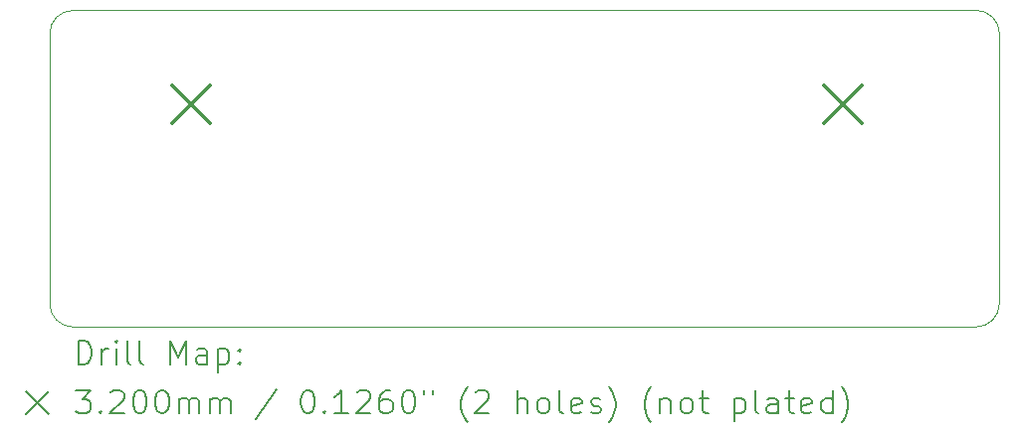
<source format=gbr>
%TF.GenerationSoftware,KiCad,Pcbnew,7.0.1*%
%TF.CreationDate,2023-08-26T14:25:23-05:00*%
%TF.ProjectId,Shift In Breakout Board V2,53686966-7420-4496-9e20-427265616b6f,rev?*%
%TF.SameCoordinates,Original*%
%TF.FileFunction,Drillmap*%
%TF.FilePolarity,Positive*%
%FSLAX45Y45*%
G04 Gerber Fmt 4.5, Leading zero omitted, Abs format (unit mm)*
G04 Created by KiCad (PCBNEW 7.0.1) date 2023-08-26 14:25:23*
%MOMM*%
%LPD*%
G01*
G04 APERTURE LIST*
%ADD10C,0.100000*%
%ADD11C,0.200000*%
%ADD12C,0.320000*%
G04 APERTURE END LIST*
D10*
X18850000Y-8031005D02*
X11168995Y-8031005D01*
X18850000Y-10731010D02*
G75*
G03*
X19050000Y-10531005I0J200000D01*
G01*
X10968995Y-10531005D02*
G75*
G03*
X11168995Y-10731005I199995J-5D01*
G01*
X11168995Y-10731005D02*
X18850000Y-10731005D01*
X19049995Y-8231005D02*
G75*
G03*
X18850000Y-8031005I-199995J5D01*
G01*
X11168995Y-8031005D02*
G75*
G03*
X10968995Y-8231005I-5J-199995D01*
G01*
X10968995Y-8231005D02*
X10968995Y-10531005D01*
X19050000Y-10531005D02*
X19050000Y-8231005D01*
D11*
D12*
X12008995Y-8671005D02*
X12328995Y-8991005D01*
X12328995Y-8671005D02*
X12008995Y-8991005D01*
X17558995Y-8671005D02*
X17878995Y-8991005D01*
X17878995Y-8671005D02*
X17558995Y-8991005D01*
D11*
X11211614Y-11048529D02*
X11211614Y-10848529D01*
X11211614Y-10848529D02*
X11259233Y-10848529D01*
X11259233Y-10848529D02*
X11287804Y-10858053D01*
X11287804Y-10858053D02*
X11306852Y-10877100D01*
X11306852Y-10877100D02*
X11316376Y-10896148D01*
X11316376Y-10896148D02*
X11325900Y-10934243D01*
X11325900Y-10934243D02*
X11325900Y-10962815D01*
X11325900Y-10962815D02*
X11316376Y-11000910D01*
X11316376Y-11000910D02*
X11306852Y-11019957D01*
X11306852Y-11019957D02*
X11287804Y-11039005D01*
X11287804Y-11039005D02*
X11259233Y-11048529D01*
X11259233Y-11048529D02*
X11211614Y-11048529D01*
X11411614Y-11048529D02*
X11411614Y-10915196D01*
X11411614Y-10953291D02*
X11421138Y-10934243D01*
X11421138Y-10934243D02*
X11430661Y-10924719D01*
X11430661Y-10924719D02*
X11449709Y-10915196D01*
X11449709Y-10915196D02*
X11468757Y-10915196D01*
X11535423Y-11048529D02*
X11535423Y-10915196D01*
X11535423Y-10848529D02*
X11525900Y-10858053D01*
X11525900Y-10858053D02*
X11535423Y-10867577D01*
X11535423Y-10867577D02*
X11544947Y-10858053D01*
X11544947Y-10858053D02*
X11535423Y-10848529D01*
X11535423Y-10848529D02*
X11535423Y-10867577D01*
X11659233Y-11048529D02*
X11640185Y-11039005D01*
X11640185Y-11039005D02*
X11630661Y-11019957D01*
X11630661Y-11019957D02*
X11630661Y-10848529D01*
X11763995Y-11048529D02*
X11744947Y-11039005D01*
X11744947Y-11039005D02*
X11735423Y-11019957D01*
X11735423Y-11019957D02*
X11735423Y-10848529D01*
X11992566Y-11048529D02*
X11992566Y-10848529D01*
X11992566Y-10848529D02*
X12059233Y-10991386D01*
X12059233Y-10991386D02*
X12125900Y-10848529D01*
X12125900Y-10848529D02*
X12125900Y-11048529D01*
X12306852Y-11048529D02*
X12306852Y-10943767D01*
X12306852Y-10943767D02*
X12297328Y-10924719D01*
X12297328Y-10924719D02*
X12278281Y-10915196D01*
X12278281Y-10915196D02*
X12240185Y-10915196D01*
X12240185Y-10915196D02*
X12221138Y-10924719D01*
X12306852Y-11039005D02*
X12287804Y-11048529D01*
X12287804Y-11048529D02*
X12240185Y-11048529D01*
X12240185Y-11048529D02*
X12221138Y-11039005D01*
X12221138Y-11039005D02*
X12211614Y-11019957D01*
X12211614Y-11019957D02*
X12211614Y-11000910D01*
X12211614Y-11000910D02*
X12221138Y-10981862D01*
X12221138Y-10981862D02*
X12240185Y-10972338D01*
X12240185Y-10972338D02*
X12287804Y-10972338D01*
X12287804Y-10972338D02*
X12306852Y-10962815D01*
X12402090Y-10915196D02*
X12402090Y-11115196D01*
X12402090Y-10924719D02*
X12421138Y-10915196D01*
X12421138Y-10915196D02*
X12459233Y-10915196D01*
X12459233Y-10915196D02*
X12478281Y-10924719D01*
X12478281Y-10924719D02*
X12487804Y-10934243D01*
X12487804Y-10934243D02*
X12497328Y-10953291D01*
X12497328Y-10953291D02*
X12497328Y-11010434D01*
X12497328Y-11010434D02*
X12487804Y-11029481D01*
X12487804Y-11029481D02*
X12478281Y-11039005D01*
X12478281Y-11039005D02*
X12459233Y-11048529D01*
X12459233Y-11048529D02*
X12421138Y-11048529D01*
X12421138Y-11048529D02*
X12402090Y-11039005D01*
X12583042Y-11029481D02*
X12592566Y-11039005D01*
X12592566Y-11039005D02*
X12583042Y-11048529D01*
X12583042Y-11048529D02*
X12573519Y-11039005D01*
X12573519Y-11039005D02*
X12583042Y-11029481D01*
X12583042Y-11029481D02*
X12583042Y-11048529D01*
X12583042Y-10924719D02*
X12592566Y-10934243D01*
X12592566Y-10934243D02*
X12583042Y-10943767D01*
X12583042Y-10943767D02*
X12573519Y-10934243D01*
X12573519Y-10934243D02*
X12583042Y-10924719D01*
X12583042Y-10924719D02*
X12583042Y-10943767D01*
X10763995Y-11276005D02*
X10963995Y-11476005D01*
X10963995Y-11276005D02*
X10763995Y-11476005D01*
X11192566Y-11268529D02*
X11316376Y-11268529D01*
X11316376Y-11268529D02*
X11249709Y-11344719D01*
X11249709Y-11344719D02*
X11278281Y-11344719D01*
X11278281Y-11344719D02*
X11297328Y-11354243D01*
X11297328Y-11354243D02*
X11306852Y-11363767D01*
X11306852Y-11363767D02*
X11316376Y-11382815D01*
X11316376Y-11382815D02*
X11316376Y-11430434D01*
X11316376Y-11430434D02*
X11306852Y-11449481D01*
X11306852Y-11449481D02*
X11297328Y-11459005D01*
X11297328Y-11459005D02*
X11278281Y-11468529D01*
X11278281Y-11468529D02*
X11221138Y-11468529D01*
X11221138Y-11468529D02*
X11202090Y-11459005D01*
X11202090Y-11459005D02*
X11192566Y-11449481D01*
X11402090Y-11449481D02*
X11411614Y-11459005D01*
X11411614Y-11459005D02*
X11402090Y-11468529D01*
X11402090Y-11468529D02*
X11392566Y-11459005D01*
X11392566Y-11459005D02*
X11402090Y-11449481D01*
X11402090Y-11449481D02*
X11402090Y-11468529D01*
X11487804Y-11287576D02*
X11497328Y-11278053D01*
X11497328Y-11278053D02*
X11516376Y-11268529D01*
X11516376Y-11268529D02*
X11563995Y-11268529D01*
X11563995Y-11268529D02*
X11583042Y-11278053D01*
X11583042Y-11278053D02*
X11592566Y-11287576D01*
X11592566Y-11287576D02*
X11602090Y-11306624D01*
X11602090Y-11306624D02*
X11602090Y-11325672D01*
X11602090Y-11325672D02*
X11592566Y-11354243D01*
X11592566Y-11354243D02*
X11478281Y-11468529D01*
X11478281Y-11468529D02*
X11602090Y-11468529D01*
X11725900Y-11268529D02*
X11744947Y-11268529D01*
X11744947Y-11268529D02*
X11763995Y-11278053D01*
X11763995Y-11278053D02*
X11773519Y-11287576D01*
X11773519Y-11287576D02*
X11783042Y-11306624D01*
X11783042Y-11306624D02*
X11792566Y-11344719D01*
X11792566Y-11344719D02*
X11792566Y-11392338D01*
X11792566Y-11392338D02*
X11783042Y-11430434D01*
X11783042Y-11430434D02*
X11773519Y-11449481D01*
X11773519Y-11449481D02*
X11763995Y-11459005D01*
X11763995Y-11459005D02*
X11744947Y-11468529D01*
X11744947Y-11468529D02*
X11725900Y-11468529D01*
X11725900Y-11468529D02*
X11706852Y-11459005D01*
X11706852Y-11459005D02*
X11697328Y-11449481D01*
X11697328Y-11449481D02*
X11687804Y-11430434D01*
X11687804Y-11430434D02*
X11678281Y-11392338D01*
X11678281Y-11392338D02*
X11678281Y-11344719D01*
X11678281Y-11344719D02*
X11687804Y-11306624D01*
X11687804Y-11306624D02*
X11697328Y-11287576D01*
X11697328Y-11287576D02*
X11706852Y-11278053D01*
X11706852Y-11278053D02*
X11725900Y-11268529D01*
X11916376Y-11268529D02*
X11935423Y-11268529D01*
X11935423Y-11268529D02*
X11954471Y-11278053D01*
X11954471Y-11278053D02*
X11963995Y-11287576D01*
X11963995Y-11287576D02*
X11973519Y-11306624D01*
X11973519Y-11306624D02*
X11983042Y-11344719D01*
X11983042Y-11344719D02*
X11983042Y-11392338D01*
X11983042Y-11392338D02*
X11973519Y-11430434D01*
X11973519Y-11430434D02*
X11963995Y-11449481D01*
X11963995Y-11449481D02*
X11954471Y-11459005D01*
X11954471Y-11459005D02*
X11935423Y-11468529D01*
X11935423Y-11468529D02*
X11916376Y-11468529D01*
X11916376Y-11468529D02*
X11897328Y-11459005D01*
X11897328Y-11459005D02*
X11887804Y-11449481D01*
X11887804Y-11449481D02*
X11878281Y-11430434D01*
X11878281Y-11430434D02*
X11868757Y-11392338D01*
X11868757Y-11392338D02*
X11868757Y-11344719D01*
X11868757Y-11344719D02*
X11878281Y-11306624D01*
X11878281Y-11306624D02*
X11887804Y-11287576D01*
X11887804Y-11287576D02*
X11897328Y-11278053D01*
X11897328Y-11278053D02*
X11916376Y-11268529D01*
X12068757Y-11468529D02*
X12068757Y-11335195D01*
X12068757Y-11354243D02*
X12078281Y-11344719D01*
X12078281Y-11344719D02*
X12097328Y-11335195D01*
X12097328Y-11335195D02*
X12125900Y-11335195D01*
X12125900Y-11335195D02*
X12144947Y-11344719D01*
X12144947Y-11344719D02*
X12154471Y-11363767D01*
X12154471Y-11363767D02*
X12154471Y-11468529D01*
X12154471Y-11363767D02*
X12163995Y-11344719D01*
X12163995Y-11344719D02*
X12183042Y-11335195D01*
X12183042Y-11335195D02*
X12211614Y-11335195D01*
X12211614Y-11335195D02*
X12230662Y-11344719D01*
X12230662Y-11344719D02*
X12240185Y-11363767D01*
X12240185Y-11363767D02*
X12240185Y-11468529D01*
X12335423Y-11468529D02*
X12335423Y-11335195D01*
X12335423Y-11354243D02*
X12344947Y-11344719D01*
X12344947Y-11344719D02*
X12363995Y-11335195D01*
X12363995Y-11335195D02*
X12392566Y-11335195D01*
X12392566Y-11335195D02*
X12411614Y-11344719D01*
X12411614Y-11344719D02*
X12421138Y-11363767D01*
X12421138Y-11363767D02*
X12421138Y-11468529D01*
X12421138Y-11363767D02*
X12430662Y-11344719D01*
X12430662Y-11344719D02*
X12449709Y-11335195D01*
X12449709Y-11335195D02*
X12478281Y-11335195D01*
X12478281Y-11335195D02*
X12497328Y-11344719D01*
X12497328Y-11344719D02*
X12506852Y-11363767D01*
X12506852Y-11363767D02*
X12506852Y-11468529D01*
X12897328Y-11259005D02*
X12725900Y-11516148D01*
X13154471Y-11268529D02*
X13173519Y-11268529D01*
X13173519Y-11268529D02*
X13192566Y-11278053D01*
X13192566Y-11278053D02*
X13202090Y-11287576D01*
X13202090Y-11287576D02*
X13211614Y-11306624D01*
X13211614Y-11306624D02*
X13221138Y-11344719D01*
X13221138Y-11344719D02*
X13221138Y-11392338D01*
X13221138Y-11392338D02*
X13211614Y-11430434D01*
X13211614Y-11430434D02*
X13202090Y-11449481D01*
X13202090Y-11449481D02*
X13192566Y-11459005D01*
X13192566Y-11459005D02*
X13173519Y-11468529D01*
X13173519Y-11468529D02*
X13154471Y-11468529D01*
X13154471Y-11468529D02*
X13135424Y-11459005D01*
X13135424Y-11459005D02*
X13125900Y-11449481D01*
X13125900Y-11449481D02*
X13116376Y-11430434D01*
X13116376Y-11430434D02*
X13106852Y-11392338D01*
X13106852Y-11392338D02*
X13106852Y-11344719D01*
X13106852Y-11344719D02*
X13116376Y-11306624D01*
X13116376Y-11306624D02*
X13125900Y-11287576D01*
X13125900Y-11287576D02*
X13135424Y-11278053D01*
X13135424Y-11278053D02*
X13154471Y-11268529D01*
X13306852Y-11449481D02*
X13316376Y-11459005D01*
X13316376Y-11459005D02*
X13306852Y-11468529D01*
X13306852Y-11468529D02*
X13297328Y-11459005D01*
X13297328Y-11459005D02*
X13306852Y-11449481D01*
X13306852Y-11449481D02*
X13306852Y-11468529D01*
X13506852Y-11468529D02*
X13392566Y-11468529D01*
X13449709Y-11468529D02*
X13449709Y-11268529D01*
X13449709Y-11268529D02*
X13430662Y-11297100D01*
X13430662Y-11297100D02*
X13411614Y-11316148D01*
X13411614Y-11316148D02*
X13392566Y-11325672D01*
X13583043Y-11287576D02*
X13592566Y-11278053D01*
X13592566Y-11278053D02*
X13611614Y-11268529D01*
X13611614Y-11268529D02*
X13659233Y-11268529D01*
X13659233Y-11268529D02*
X13678281Y-11278053D01*
X13678281Y-11278053D02*
X13687805Y-11287576D01*
X13687805Y-11287576D02*
X13697328Y-11306624D01*
X13697328Y-11306624D02*
X13697328Y-11325672D01*
X13697328Y-11325672D02*
X13687805Y-11354243D01*
X13687805Y-11354243D02*
X13573519Y-11468529D01*
X13573519Y-11468529D02*
X13697328Y-11468529D01*
X13868757Y-11268529D02*
X13830662Y-11268529D01*
X13830662Y-11268529D02*
X13811614Y-11278053D01*
X13811614Y-11278053D02*
X13802090Y-11287576D01*
X13802090Y-11287576D02*
X13783043Y-11316148D01*
X13783043Y-11316148D02*
X13773519Y-11354243D01*
X13773519Y-11354243D02*
X13773519Y-11430434D01*
X13773519Y-11430434D02*
X13783043Y-11449481D01*
X13783043Y-11449481D02*
X13792566Y-11459005D01*
X13792566Y-11459005D02*
X13811614Y-11468529D01*
X13811614Y-11468529D02*
X13849709Y-11468529D01*
X13849709Y-11468529D02*
X13868757Y-11459005D01*
X13868757Y-11459005D02*
X13878281Y-11449481D01*
X13878281Y-11449481D02*
X13887805Y-11430434D01*
X13887805Y-11430434D02*
X13887805Y-11382815D01*
X13887805Y-11382815D02*
X13878281Y-11363767D01*
X13878281Y-11363767D02*
X13868757Y-11354243D01*
X13868757Y-11354243D02*
X13849709Y-11344719D01*
X13849709Y-11344719D02*
X13811614Y-11344719D01*
X13811614Y-11344719D02*
X13792566Y-11354243D01*
X13792566Y-11354243D02*
X13783043Y-11363767D01*
X13783043Y-11363767D02*
X13773519Y-11382815D01*
X14011614Y-11268529D02*
X14030662Y-11268529D01*
X14030662Y-11268529D02*
X14049709Y-11278053D01*
X14049709Y-11278053D02*
X14059233Y-11287576D01*
X14059233Y-11287576D02*
X14068757Y-11306624D01*
X14068757Y-11306624D02*
X14078281Y-11344719D01*
X14078281Y-11344719D02*
X14078281Y-11392338D01*
X14078281Y-11392338D02*
X14068757Y-11430434D01*
X14068757Y-11430434D02*
X14059233Y-11449481D01*
X14059233Y-11449481D02*
X14049709Y-11459005D01*
X14049709Y-11459005D02*
X14030662Y-11468529D01*
X14030662Y-11468529D02*
X14011614Y-11468529D01*
X14011614Y-11468529D02*
X13992566Y-11459005D01*
X13992566Y-11459005D02*
X13983043Y-11449481D01*
X13983043Y-11449481D02*
X13973519Y-11430434D01*
X13973519Y-11430434D02*
X13963995Y-11392338D01*
X13963995Y-11392338D02*
X13963995Y-11344719D01*
X13963995Y-11344719D02*
X13973519Y-11306624D01*
X13973519Y-11306624D02*
X13983043Y-11287576D01*
X13983043Y-11287576D02*
X13992566Y-11278053D01*
X13992566Y-11278053D02*
X14011614Y-11268529D01*
X14154471Y-11268529D02*
X14154471Y-11306624D01*
X14230662Y-11268529D02*
X14230662Y-11306624D01*
X14525900Y-11544719D02*
X14516376Y-11535195D01*
X14516376Y-11535195D02*
X14497328Y-11506624D01*
X14497328Y-11506624D02*
X14487805Y-11487576D01*
X14487805Y-11487576D02*
X14478281Y-11459005D01*
X14478281Y-11459005D02*
X14468757Y-11411386D01*
X14468757Y-11411386D02*
X14468757Y-11373291D01*
X14468757Y-11373291D02*
X14478281Y-11325672D01*
X14478281Y-11325672D02*
X14487805Y-11297100D01*
X14487805Y-11297100D02*
X14497328Y-11278053D01*
X14497328Y-11278053D02*
X14516376Y-11249481D01*
X14516376Y-11249481D02*
X14525900Y-11239957D01*
X14592567Y-11287576D02*
X14602090Y-11278053D01*
X14602090Y-11278053D02*
X14621138Y-11268529D01*
X14621138Y-11268529D02*
X14668757Y-11268529D01*
X14668757Y-11268529D02*
X14687805Y-11278053D01*
X14687805Y-11278053D02*
X14697328Y-11287576D01*
X14697328Y-11287576D02*
X14706852Y-11306624D01*
X14706852Y-11306624D02*
X14706852Y-11325672D01*
X14706852Y-11325672D02*
X14697328Y-11354243D01*
X14697328Y-11354243D02*
X14583043Y-11468529D01*
X14583043Y-11468529D02*
X14706852Y-11468529D01*
X14944948Y-11468529D02*
X14944948Y-11268529D01*
X15030662Y-11468529D02*
X15030662Y-11363767D01*
X15030662Y-11363767D02*
X15021138Y-11344719D01*
X15021138Y-11344719D02*
X15002090Y-11335195D01*
X15002090Y-11335195D02*
X14973519Y-11335195D01*
X14973519Y-11335195D02*
X14954471Y-11344719D01*
X14954471Y-11344719D02*
X14944948Y-11354243D01*
X15154471Y-11468529D02*
X15135424Y-11459005D01*
X15135424Y-11459005D02*
X15125900Y-11449481D01*
X15125900Y-11449481D02*
X15116376Y-11430434D01*
X15116376Y-11430434D02*
X15116376Y-11373291D01*
X15116376Y-11373291D02*
X15125900Y-11354243D01*
X15125900Y-11354243D02*
X15135424Y-11344719D01*
X15135424Y-11344719D02*
X15154471Y-11335195D01*
X15154471Y-11335195D02*
X15183043Y-11335195D01*
X15183043Y-11335195D02*
X15202090Y-11344719D01*
X15202090Y-11344719D02*
X15211614Y-11354243D01*
X15211614Y-11354243D02*
X15221138Y-11373291D01*
X15221138Y-11373291D02*
X15221138Y-11430434D01*
X15221138Y-11430434D02*
X15211614Y-11449481D01*
X15211614Y-11449481D02*
X15202090Y-11459005D01*
X15202090Y-11459005D02*
X15183043Y-11468529D01*
X15183043Y-11468529D02*
X15154471Y-11468529D01*
X15335424Y-11468529D02*
X15316376Y-11459005D01*
X15316376Y-11459005D02*
X15306852Y-11439957D01*
X15306852Y-11439957D02*
X15306852Y-11268529D01*
X15487805Y-11459005D02*
X15468757Y-11468529D01*
X15468757Y-11468529D02*
X15430662Y-11468529D01*
X15430662Y-11468529D02*
X15411614Y-11459005D01*
X15411614Y-11459005D02*
X15402090Y-11439957D01*
X15402090Y-11439957D02*
X15402090Y-11363767D01*
X15402090Y-11363767D02*
X15411614Y-11344719D01*
X15411614Y-11344719D02*
X15430662Y-11335195D01*
X15430662Y-11335195D02*
X15468757Y-11335195D01*
X15468757Y-11335195D02*
X15487805Y-11344719D01*
X15487805Y-11344719D02*
X15497329Y-11363767D01*
X15497329Y-11363767D02*
X15497329Y-11382815D01*
X15497329Y-11382815D02*
X15402090Y-11401862D01*
X15573519Y-11459005D02*
X15592567Y-11468529D01*
X15592567Y-11468529D02*
X15630662Y-11468529D01*
X15630662Y-11468529D02*
X15649710Y-11459005D01*
X15649710Y-11459005D02*
X15659233Y-11439957D01*
X15659233Y-11439957D02*
X15659233Y-11430434D01*
X15659233Y-11430434D02*
X15649710Y-11411386D01*
X15649710Y-11411386D02*
X15630662Y-11401862D01*
X15630662Y-11401862D02*
X15602090Y-11401862D01*
X15602090Y-11401862D02*
X15583043Y-11392338D01*
X15583043Y-11392338D02*
X15573519Y-11373291D01*
X15573519Y-11373291D02*
X15573519Y-11363767D01*
X15573519Y-11363767D02*
X15583043Y-11344719D01*
X15583043Y-11344719D02*
X15602090Y-11335195D01*
X15602090Y-11335195D02*
X15630662Y-11335195D01*
X15630662Y-11335195D02*
X15649710Y-11344719D01*
X15725900Y-11544719D02*
X15735424Y-11535195D01*
X15735424Y-11535195D02*
X15754471Y-11506624D01*
X15754471Y-11506624D02*
X15763995Y-11487576D01*
X15763995Y-11487576D02*
X15773519Y-11459005D01*
X15773519Y-11459005D02*
X15783043Y-11411386D01*
X15783043Y-11411386D02*
X15783043Y-11373291D01*
X15783043Y-11373291D02*
X15773519Y-11325672D01*
X15773519Y-11325672D02*
X15763995Y-11297100D01*
X15763995Y-11297100D02*
X15754471Y-11278053D01*
X15754471Y-11278053D02*
X15735424Y-11249481D01*
X15735424Y-11249481D02*
X15725900Y-11239957D01*
X16087805Y-11544719D02*
X16078281Y-11535195D01*
X16078281Y-11535195D02*
X16059233Y-11506624D01*
X16059233Y-11506624D02*
X16049710Y-11487576D01*
X16049710Y-11487576D02*
X16040186Y-11459005D01*
X16040186Y-11459005D02*
X16030662Y-11411386D01*
X16030662Y-11411386D02*
X16030662Y-11373291D01*
X16030662Y-11373291D02*
X16040186Y-11325672D01*
X16040186Y-11325672D02*
X16049710Y-11297100D01*
X16049710Y-11297100D02*
X16059233Y-11278053D01*
X16059233Y-11278053D02*
X16078281Y-11249481D01*
X16078281Y-11249481D02*
X16087805Y-11239957D01*
X16163995Y-11335195D02*
X16163995Y-11468529D01*
X16163995Y-11354243D02*
X16173519Y-11344719D01*
X16173519Y-11344719D02*
X16192567Y-11335195D01*
X16192567Y-11335195D02*
X16221138Y-11335195D01*
X16221138Y-11335195D02*
X16240186Y-11344719D01*
X16240186Y-11344719D02*
X16249710Y-11363767D01*
X16249710Y-11363767D02*
X16249710Y-11468529D01*
X16373519Y-11468529D02*
X16354471Y-11459005D01*
X16354471Y-11459005D02*
X16344948Y-11449481D01*
X16344948Y-11449481D02*
X16335424Y-11430434D01*
X16335424Y-11430434D02*
X16335424Y-11373291D01*
X16335424Y-11373291D02*
X16344948Y-11354243D01*
X16344948Y-11354243D02*
X16354471Y-11344719D01*
X16354471Y-11344719D02*
X16373519Y-11335195D01*
X16373519Y-11335195D02*
X16402091Y-11335195D01*
X16402091Y-11335195D02*
X16421138Y-11344719D01*
X16421138Y-11344719D02*
X16430662Y-11354243D01*
X16430662Y-11354243D02*
X16440186Y-11373291D01*
X16440186Y-11373291D02*
X16440186Y-11430434D01*
X16440186Y-11430434D02*
X16430662Y-11449481D01*
X16430662Y-11449481D02*
X16421138Y-11459005D01*
X16421138Y-11459005D02*
X16402091Y-11468529D01*
X16402091Y-11468529D02*
X16373519Y-11468529D01*
X16497329Y-11335195D02*
X16573519Y-11335195D01*
X16525900Y-11268529D02*
X16525900Y-11439957D01*
X16525900Y-11439957D02*
X16535424Y-11459005D01*
X16535424Y-11459005D02*
X16554471Y-11468529D01*
X16554471Y-11468529D02*
X16573519Y-11468529D01*
X16792567Y-11335195D02*
X16792567Y-11535195D01*
X16792567Y-11344719D02*
X16811614Y-11335195D01*
X16811614Y-11335195D02*
X16849710Y-11335195D01*
X16849710Y-11335195D02*
X16868757Y-11344719D01*
X16868757Y-11344719D02*
X16878281Y-11354243D01*
X16878281Y-11354243D02*
X16887805Y-11373291D01*
X16887805Y-11373291D02*
X16887805Y-11430434D01*
X16887805Y-11430434D02*
X16878281Y-11449481D01*
X16878281Y-11449481D02*
X16868757Y-11459005D01*
X16868757Y-11459005D02*
X16849710Y-11468529D01*
X16849710Y-11468529D02*
X16811614Y-11468529D01*
X16811614Y-11468529D02*
X16792567Y-11459005D01*
X17002091Y-11468529D02*
X16983043Y-11459005D01*
X16983043Y-11459005D02*
X16973519Y-11439957D01*
X16973519Y-11439957D02*
X16973519Y-11268529D01*
X17163995Y-11468529D02*
X17163995Y-11363767D01*
X17163995Y-11363767D02*
X17154472Y-11344719D01*
X17154472Y-11344719D02*
X17135424Y-11335195D01*
X17135424Y-11335195D02*
X17097329Y-11335195D01*
X17097329Y-11335195D02*
X17078281Y-11344719D01*
X17163995Y-11459005D02*
X17144948Y-11468529D01*
X17144948Y-11468529D02*
X17097329Y-11468529D01*
X17097329Y-11468529D02*
X17078281Y-11459005D01*
X17078281Y-11459005D02*
X17068757Y-11439957D01*
X17068757Y-11439957D02*
X17068757Y-11420910D01*
X17068757Y-11420910D02*
X17078281Y-11401862D01*
X17078281Y-11401862D02*
X17097329Y-11392338D01*
X17097329Y-11392338D02*
X17144948Y-11392338D01*
X17144948Y-11392338D02*
X17163995Y-11382815D01*
X17230662Y-11335195D02*
X17306853Y-11335195D01*
X17259234Y-11268529D02*
X17259234Y-11439957D01*
X17259234Y-11439957D02*
X17268757Y-11459005D01*
X17268757Y-11459005D02*
X17287805Y-11468529D01*
X17287805Y-11468529D02*
X17306853Y-11468529D01*
X17449710Y-11459005D02*
X17430662Y-11468529D01*
X17430662Y-11468529D02*
X17392567Y-11468529D01*
X17392567Y-11468529D02*
X17373519Y-11459005D01*
X17373519Y-11459005D02*
X17363995Y-11439957D01*
X17363995Y-11439957D02*
X17363995Y-11363767D01*
X17363995Y-11363767D02*
X17373519Y-11344719D01*
X17373519Y-11344719D02*
X17392567Y-11335195D01*
X17392567Y-11335195D02*
X17430662Y-11335195D01*
X17430662Y-11335195D02*
X17449710Y-11344719D01*
X17449710Y-11344719D02*
X17459234Y-11363767D01*
X17459234Y-11363767D02*
X17459234Y-11382815D01*
X17459234Y-11382815D02*
X17363995Y-11401862D01*
X17630662Y-11468529D02*
X17630662Y-11268529D01*
X17630662Y-11459005D02*
X17611615Y-11468529D01*
X17611615Y-11468529D02*
X17573519Y-11468529D01*
X17573519Y-11468529D02*
X17554472Y-11459005D01*
X17554472Y-11459005D02*
X17544948Y-11449481D01*
X17544948Y-11449481D02*
X17535424Y-11430434D01*
X17535424Y-11430434D02*
X17535424Y-11373291D01*
X17535424Y-11373291D02*
X17544948Y-11354243D01*
X17544948Y-11354243D02*
X17554472Y-11344719D01*
X17554472Y-11344719D02*
X17573519Y-11335195D01*
X17573519Y-11335195D02*
X17611615Y-11335195D01*
X17611615Y-11335195D02*
X17630662Y-11344719D01*
X17706853Y-11544719D02*
X17716376Y-11535195D01*
X17716376Y-11535195D02*
X17735424Y-11506624D01*
X17735424Y-11506624D02*
X17744948Y-11487576D01*
X17744948Y-11487576D02*
X17754472Y-11459005D01*
X17754472Y-11459005D02*
X17763995Y-11411386D01*
X17763995Y-11411386D02*
X17763995Y-11373291D01*
X17763995Y-11373291D02*
X17754472Y-11325672D01*
X17754472Y-11325672D02*
X17744948Y-11297100D01*
X17744948Y-11297100D02*
X17735424Y-11278053D01*
X17735424Y-11278053D02*
X17716376Y-11249481D01*
X17716376Y-11249481D02*
X17706853Y-11239957D01*
M02*

</source>
